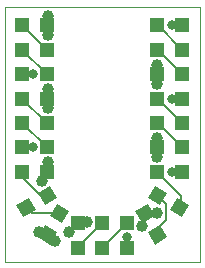
<source format=gtl>
G75*
%MOIN*%
%OFA0B0*%
%FSLAX24Y24*%
%IPPOS*%
%LPD*%
%AMOC8*
5,1,8,0,0,1.08239X$1,22.5*
%
%ADD10C,0.0000*%
%ADD11R,0.0472X0.0472*%
%ADD12R,0.0472X0.0472*%
%ADD13C,0.0397*%
%ADD14C,0.0060*%
%ADD15C,0.0317*%
D10*
X002392Y002517D02*
X002392Y011017D01*
X008892Y011017D01*
X008892Y002517D01*
X002392Y002517D01*
D11*
X004829Y002978D03*
X005642Y002978D03*
X005642Y003805D03*
X004829Y003805D03*
X003805Y005517D03*
X003805Y006329D03*
X003805Y007142D03*
X003805Y007954D03*
X003805Y008767D03*
X003805Y009579D03*
X003805Y010392D03*
X002978Y010392D03*
X002978Y009579D03*
X002978Y008767D03*
X002978Y007954D03*
X002978Y007142D03*
X002978Y006329D03*
X002978Y005517D03*
X006454Y003805D03*
X006454Y002978D03*
X007478Y005517D03*
X007478Y006329D03*
X007478Y007142D03*
X007478Y007954D03*
X007478Y008767D03*
X007478Y009579D03*
X007478Y010392D03*
X008305Y010392D03*
X008305Y009579D03*
X008305Y008767D03*
X008305Y007954D03*
X008305Y007142D03*
X008305Y006329D03*
X008305Y005517D03*
D12*
G36*
X007810Y004809D02*
X007574Y004401D01*
X007166Y004637D01*
X007402Y005045D01*
X007810Y004809D01*
G37*
G36*
X008526Y004396D02*
X008290Y003988D01*
X007882Y004224D01*
X008118Y004632D01*
X008526Y004396D01*
G37*
G36*
X007795Y003323D02*
X007387Y003087D01*
X007151Y003495D01*
X007559Y003731D01*
X007795Y003323D01*
G37*
G36*
X007382Y004039D02*
X006974Y003803D01*
X006738Y004211D01*
X007146Y004447D01*
X007382Y004039D01*
G37*
G36*
X004309Y003803D02*
X003901Y004039D01*
X004137Y004447D01*
X004545Y004211D01*
X004309Y003803D01*
G37*
G36*
X003896Y003087D02*
X003488Y003323D01*
X003724Y003731D01*
X004132Y003495D01*
X003896Y003087D01*
G37*
G36*
X003010Y003988D02*
X002774Y004396D01*
X003182Y004632D01*
X003418Y004224D01*
X003010Y003988D01*
G37*
G36*
X003726Y004401D02*
X003490Y004809D01*
X003898Y005045D01*
X004134Y004637D01*
X003726Y004401D01*
G37*
D13*
X003642Y005204D03*
X003829Y005829D03*
X003829Y007642D03*
X003829Y008267D03*
X003829Y010079D03*
X003829Y010704D03*
X007454Y009079D03*
X007454Y008454D03*
X007454Y006642D03*
X007454Y006017D03*
X007454Y004142D03*
X006954Y003704D03*
X005142Y003829D03*
X004517Y003517D03*
X004079Y003204D03*
X003517Y003517D03*
D14*
X003625Y003409D01*
X003810Y003409D01*
X003875Y003409D01*
X004079Y003204D01*
X004517Y003517D02*
X004541Y003517D01*
X004829Y003805D01*
X005118Y003805D01*
X005142Y003829D01*
X005642Y003805D02*
X004829Y002993D01*
X004829Y002978D01*
X005642Y002978D02*
X006454Y003791D01*
X006454Y003805D01*
X006954Y003704D02*
X006954Y004019D01*
X007060Y004125D01*
X007077Y004142D01*
X007454Y004142D01*
X007767Y003892D02*
X007767Y004445D01*
X007488Y004723D01*
X008204Y004310D02*
X008267Y004373D01*
X008267Y004704D01*
X007478Y005493D01*
X007478Y005517D01*
X007954Y005517D02*
X008305Y005517D01*
X008305Y005603D01*
X008305Y006329D02*
X007493Y007142D01*
X007478Y007142D01*
X007454Y006642D02*
X007454Y006353D01*
X007478Y006329D01*
X007454Y006305D01*
X007454Y006017D01*
X008305Y007142D02*
X007493Y007954D01*
X007478Y007954D01*
X007954Y007954D02*
X008305Y007954D01*
X008305Y008767D02*
X007493Y009579D01*
X007478Y009579D01*
X007454Y009079D02*
X007454Y008791D01*
X007478Y008767D01*
X007454Y008743D01*
X007454Y008454D01*
X008305Y009579D02*
X007493Y010392D01*
X007478Y010392D01*
X007954Y010392D02*
X008305Y010392D01*
X003829Y010416D02*
X003805Y010392D01*
X003829Y010368D01*
X003829Y010079D01*
X003829Y010416D02*
X003829Y010704D01*
X002978Y010392D02*
X003791Y009579D01*
X003805Y009579D01*
X003805Y008767D02*
X003791Y008767D01*
X002978Y009579D01*
X002978Y008767D02*
X003329Y008767D01*
X003829Y008267D02*
X003829Y007978D01*
X003805Y007954D01*
X003829Y007930D01*
X003829Y007642D01*
X003805Y007142D02*
X003791Y007142D01*
X002978Y007954D01*
X002978Y007142D02*
X003791Y006329D01*
X003805Y006329D01*
X003829Y005829D02*
X003829Y005541D01*
X003805Y005517D01*
X003642Y005353D01*
X003642Y005204D01*
X003560Y004723D02*
X003017Y005267D01*
X003017Y005478D01*
X002978Y005517D01*
X002978Y006329D02*
X003329Y006329D01*
X003560Y004723D02*
X003812Y004723D01*
X004223Y004125D02*
X003281Y004125D01*
X003096Y004310D01*
X006454Y003329D02*
X006454Y002978D01*
X007473Y003409D02*
X007473Y003598D01*
X007767Y003892D01*
D15*
X006454Y003329D03*
X007954Y005517D03*
X007954Y007954D03*
X007954Y010392D03*
X003329Y008767D03*
X003329Y006329D03*
M02*

</source>
